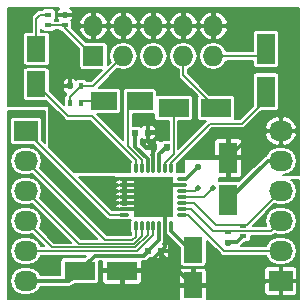
<source format=gbr>
G04 #@! TF.FileFunction,Copper,L1,Top,Signal*
%FSLAX46Y46*%
G04 Gerber Fmt 4.6, Leading zero omitted, Abs format (unit mm)*
G04 Created by KiCad (PCBNEW (2015-08-16 BZR 6097, Git b384c94)-product) date 08/12/2015 20:08:44*
%MOMM*%
G01*
G04 APERTURE LIST*
%ADD10C,0.100000*%
%ADD11R,2.600960X1.600200*%
%ADD12R,1.600200X2.600960*%
%ADD13R,1.600200X2.199640*%
%ADD14R,2.199640X1.600200*%
%ADD15R,2.032000X1.727200*%
%ADD16O,2.032000X1.727200*%
%ADD17R,0.600000X0.500000*%
%ADD18R,0.600000X0.400000*%
%ADD19R,0.400000X0.600000*%
%ADD20O,0.850000X0.300000*%
%ADD21O,0.300000X0.850000*%
%ADD22R,1.675000X1.675000*%
%ADD23R,1.727200X1.727200*%
%ADD24O,1.727200X1.727200*%
%ADD25C,0.584200*%
%ADD26C,0.508000*%
%ADD27C,0.304800*%
%ADD28C,0.152400*%
G04 APERTURE END LIST*
D10*
D11*
X85194140Y-86106000D03*
X88795860Y-86106000D03*
D12*
X97790000Y-80159860D03*
X97790000Y-76558140D03*
D13*
X94805500Y-84350860D03*
X94805500Y-87353140D03*
D12*
X100965000Y-70952360D03*
X100965000Y-67350640D03*
D11*
X93144340Y-72339200D03*
X96746060Y-72339200D03*
D14*
X90274140Y-71755000D03*
X87271860Y-71755000D03*
D13*
X81534000Y-70335140D03*
X81534000Y-67332860D03*
D15*
X80645000Y-74295000D03*
D16*
X80645000Y-76835000D03*
X80645000Y-79375000D03*
X80645000Y-81915000D03*
X80645000Y-84455000D03*
X80645000Y-86995000D03*
D15*
X102235000Y-86995000D03*
D16*
X102235000Y-84455000D03*
X102235000Y-81915000D03*
X102235000Y-79375000D03*
X102235000Y-76835000D03*
X102235000Y-74295000D03*
D17*
X89874000Y-74422000D03*
X90974000Y-74422000D03*
X92548800Y-75666600D03*
X91448800Y-75666600D03*
X91017000Y-84455000D03*
X92117000Y-84455000D03*
D18*
X97726500Y-83698500D03*
X97726500Y-82798500D03*
X99060000Y-83190500D03*
X99060000Y-82290500D03*
X83947000Y-65347000D03*
X83947000Y-64447000D03*
D19*
X85286000Y-70485000D03*
X84386000Y-70485000D03*
D18*
X82550000Y-65347000D03*
X82550000Y-64447000D03*
D19*
X84386000Y-71882000D03*
X85286000Y-71882000D03*
D20*
X88990000Y-78383000D03*
X88990000Y-78883000D03*
X88990000Y-79383000D03*
X88990000Y-79883000D03*
X88990000Y-80383000D03*
X88990000Y-80883000D03*
X88990000Y-81383000D03*
D21*
X89940000Y-82333000D03*
X90440000Y-82333000D03*
X90940000Y-82333000D03*
X91440000Y-82333000D03*
X91940000Y-82333000D03*
X92440000Y-82333000D03*
X92940000Y-82333000D03*
D20*
X93890000Y-81383000D03*
X93890000Y-80883000D03*
X93890000Y-80383000D03*
X93890000Y-79883000D03*
X93890000Y-79383000D03*
X93890000Y-78883000D03*
X93890000Y-78383000D03*
D21*
X92940000Y-77433000D03*
X92440000Y-77433000D03*
X91940000Y-77433000D03*
X91440000Y-77433000D03*
X90940000Y-77433000D03*
X90440000Y-77433000D03*
X89940000Y-77433000D03*
D22*
X92277500Y-80720500D03*
X92277500Y-79045500D03*
X90602500Y-80720500D03*
X90602500Y-79045500D03*
D23*
X86360000Y-67945000D03*
D24*
X86360000Y-65405000D03*
X88900000Y-67945000D03*
X88900000Y-65405000D03*
X91440000Y-67945000D03*
X91440000Y-65405000D03*
X93980000Y-67945000D03*
X93980000Y-65405000D03*
X96520000Y-67945000D03*
X96520000Y-65405000D03*
D25*
X91017000Y-84455000D03*
X97726500Y-83756500D03*
X95186500Y-77343000D03*
X92277500Y-79045500D03*
X92277500Y-80720500D03*
X90602500Y-80720500D03*
X90602500Y-79045500D03*
X97790000Y-80159860D03*
X92583000Y-75692000D03*
X83947000Y-64447000D03*
X84391500Y-70421500D03*
X90974000Y-74422000D03*
X97790000Y-76558140D03*
D26*
X96456500Y-79121000D03*
X95186500Y-79121000D03*
D27*
X80645000Y-86995000D02*
X84305140Y-86995000D01*
X84305140Y-86995000D02*
X85194140Y-86106000D01*
X90635998Y-84836002D02*
X91017000Y-84455000D01*
X84305140Y-86995000D02*
X86464138Y-84836002D01*
X86464138Y-84836002D02*
X90635998Y-84836002D01*
X97726500Y-83698500D02*
X97726500Y-83756500D01*
X91940000Y-82333000D02*
X91940000Y-83532000D01*
X91940000Y-83532000D02*
X91017000Y-84455000D01*
X99060000Y-83190500D02*
X98552000Y-83698500D01*
X98552000Y-83698500D02*
X97726500Y-83698500D01*
X85194140Y-86106000D02*
X85725002Y-86106000D01*
X93890000Y-78383000D02*
X94210000Y-78383000D01*
X94210000Y-78383000D02*
X95250000Y-77343000D01*
X92440000Y-82333000D02*
X92440000Y-84132000D01*
X92440000Y-84132000D02*
X92117000Y-84455000D01*
X88795860Y-86106000D02*
X90478700Y-86093300D01*
X90478700Y-86093300D02*
X92117000Y-84455000D01*
X92117000Y-84455000D02*
X92117000Y-84664640D01*
X92117000Y-84664640D02*
X94805500Y-87353140D01*
X88990000Y-79883000D02*
X91440000Y-79883000D01*
X91440000Y-79883000D02*
X92277500Y-80720500D01*
X88990000Y-78383000D02*
X89940000Y-78383000D01*
X89940000Y-78383000D02*
X90602500Y-79045500D01*
X88990000Y-78883000D02*
X90440000Y-78883000D01*
X90440000Y-78883000D02*
X90602500Y-79045500D01*
X88990000Y-79383000D02*
X90265000Y-79383000D01*
X90265000Y-79383000D02*
X90602500Y-79045500D01*
X88990000Y-80383000D02*
X90265000Y-80383000D01*
X90265000Y-80383000D02*
X90602500Y-80720500D01*
X90602500Y-80720500D02*
X90602500Y-79045500D01*
X101981000Y-86741000D02*
X102235000Y-86995000D01*
X92440000Y-78883000D02*
X92277500Y-79045500D01*
X93890000Y-78883000D02*
X92440000Y-78883000D01*
X92440000Y-82333000D02*
X92440000Y-80883000D01*
X92440000Y-80883000D02*
X92277500Y-80720500D01*
X88990000Y-80883000D02*
X90440000Y-80883000D01*
X90440000Y-80883000D02*
X90602500Y-80720500D01*
X90602500Y-80720500D02*
X92277500Y-79045500D01*
X92277500Y-79045500D02*
X92277500Y-80720500D01*
X92277500Y-80720500D02*
X90602500Y-80720500D01*
X101114860Y-76835000D02*
X97790000Y-80159860D01*
X102235000Y-76835000D02*
X101114860Y-76835000D01*
X92557600Y-75666600D02*
X92548800Y-75666600D01*
X92583000Y-75692000D02*
X92557600Y-75666600D01*
X91940000Y-77433000D02*
X91940000Y-76275400D01*
X91940000Y-76275400D02*
X92548800Y-75666600D01*
X84391500Y-70421500D02*
X84386000Y-70427000D01*
X84386000Y-70427000D02*
X84386000Y-70485000D01*
X91448800Y-75666600D02*
X90974000Y-75191800D01*
X90974000Y-74422000D02*
X90974000Y-75191800D01*
X100053140Y-74295000D02*
X97790000Y-76558140D01*
X102235000Y-74295000D02*
X100053140Y-74295000D01*
X91440000Y-77433000D02*
X91440000Y-75675400D01*
X91440000Y-75675400D02*
X91448800Y-75666600D01*
X90940000Y-77433000D02*
X90940000Y-76685182D01*
X89874000Y-75619182D02*
X89874000Y-74422000D01*
X90940000Y-76685182D02*
X89874000Y-75619182D01*
X92940000Y-82333000D02*
X92940000Y-82780000D01*
X92940000Y-82780000D02*
X94510860Y-84350860D01*
X94510860Y-84350860D02*
X94805500Y-84350860D01*
D28*
X92940000Y-77433000D02*
X92940000Y-76986000D01*
X92940000Y-76986000D02*
X96266000Y-73660000D01*
X96266000Y-73660000D02*
X98933000Y-73660000D01*
X98933000Y-73660000D02*
X100965000Y-71628000D01*
X100965000Y-71628000D02*
X100965000Y-70952360D01*
X96520000Y-67945000D02*
X100370640Y-67945000D01*
X100370640Y-67945000D02*
X100965000Y-67350640D01*
X92440000Y-77433000D02*
X92440000Y-76978000D01*
X93144340Y-76273660D02*
X93144340Y-72339200D01*
X92440000Y-76978000D02*
X93144340Y-76273660D01*
X93980000Y-67945000D02*
X93980000Y-69573140D01*
X93980000Y-69573140D02*
X96746060Y-72339200D01*
X90440000Y-77433000D02*
X90440000Y-76724000D01*
X89281000Y-75565000D02*
X89281000Y-72517000D01*
X90440000Y-76724000D02*
X89281000Y-75565000D01*
X89281000Y-72517000D02*
X90043000Y-71755000D01*
X90043000Y-71755000D02*
X90274140Y-71755000D01*
X87271860Y-71755000D02*
X85413000Y-71755000D01*
X85413000Y-71755000D02*
X85286000Y-71882000D01*
X89940000Y-77433000D02*
X89940000Y-76732000D01*
X84223860Y-73025000D02*
X81534000Y-70335140D01*
X86233000Y-73025000D02*
X84223860Y-73025000D01*
X89940000Y-76732000D02*
X86233000Y-73025000D01*
X81534000Y-67332860D02*
X81534000Y-64770000D01*
X81857000Y-64447000D02*
X82550000Y-64447000D01*
X81534000Y-64770000D02*
X81857000Y-64447000D01*
X93890000Y-79883000D02*
X95758000Y-79883000D01*
X95758000Y-79883000D02*
X96520000Y-79121000D01*
X93890000Y-79383000D02*
X94988000Y-79383000D01*
X94988000Y-79383000D02*
X95250000Y-79121000D01*
X88990000Y-81383000D02*
X87733000Y-81383000D01*
X87733000Y-81383000D02*
X80645000Y-74295000D01*
X89940000Y-82333000D02*
X89940000Y-83262594D01*
X87350594Y-83540594D02*
X80645000Y-76835000D01*
X89662000Y-83540594D02*
X87350594Y-83540594D01*
X89940000Y-83262594D02*
X89662000Y-83540594D01*
X90440000Y-82333000D02*
X90440000Y-83194396D01*
X85115396Y-83845396D02*
X80645000Y-79375000D01*
X89789000Y-83845396D02*
X85115396Y-83845396D01*
X90440000Y-83194396D02*
X89789000Y-83845396D01*
X90940000Y-82333000D02*
X90940000Y-83126198D01*
X82880198Y-84150198D02*
X80645000Y-81915000D01*
X89916000Y-84150198D02*
X82880198Y-84150198D01*
X90940000Y-83126198D02*
X89916000Y-84150198D01*
X91440000Y-82333000D02*
X91440000Y-83058000D01*
X90043000Y-84455000D02*
X80645000Y-84455000D01*
X91440000Y-83058000D02*
X90043000Y-84455000D01*
X96202500Y-83248500D02*
X97409000Y-84455000D01*
X94337000Y-81383000D02*
X96202500Y-83248500D01*
X96202500Y-83248500D02*
X96202500Y-83248500D01*
X93890000Y-81383000D02*
X94337000Y-81383000D01*
X97409000Y-84455000D02*
X102235000Y-84455000D01*
X93890000Y-81383000D02*
X94235400Y-81383000D01*
X97726500Y-82798500D02*
X97784500Y-82740500D01*
X97784500Y-82740500D02*
X97155000Y-82740500D01*
X95377000Y-81661000D02*
X96456500Y-82740500D01*
X94599000Y-80883000D02*
X95377000Y-81661000D01*
X93890000Y-80883000D02*
X94599000Y-80883000D01*
X96456500Y-82740500D02*
X97155000Y-82740500D01*
X97155000Y-82740500D02*
X98044000Y-82740500D01*
X98044000Y-82740500D02*
X101409500Y-82740500D01*
X101409500Y-82740500D02*
X102235000Y-81915000D01*
X99060000Y-82290500D02*
X99118000Y-82232500D01*
X99118000Y-82232500D02*
X99377500Y-82232500D01*
X96710500Y-82232500D02*
X99377500Y-82232500D01*
X99377500Y-82232500D02*
X102235000Y-79375000D01*
X93890000Y-80383000D02*
X94861000Y-80383000D01*
X94861000Y-80383000D02*
X96710500Y-82232500D01*
X83947000Y-65347000D02*
X83947000Y-65532000D01*
X83947000Y-65532000D02*
X86360000Y-67945000D01*
X82550000Y-65347000D02*
X83947000Y-65347000D01*
X85286000Y-70485000D02*
X86360000Y-70485000D01*
X86360000Y-70485000D02*
X88900000Y-67945000D01*
X84386000Y-71882000D02*
X84386000Y-71385000D01*
X84386000Y-71385000D02*
X85286000Y-70485000D01*
G36*
X83431181Y-63924004D02*
X83324004Y-64031180D01*
X83266000Y-64171214D01*
X83266000Y-64251750D01*
X83361250Y-64347000D01*
X83832700Y-64347000D01*
X83832700Y-64312700D01*
X84061300Y-64312700D01*
X84061300Y-64347000D01*
X84532750Y-64347000D01*
X84628000Y-64251750D01*
X84628000Y-64171214D01*
X84569996Y-64031180D01*
X84462819Y-63924004D01*
X84417422Y-63905200D01*
X103734800Y-63905200D01*
X103734800Y-78028800D01*
X102413774Y-78028800D01*
X102870621Y-77937927D01*
X103257918Y-77679144D01*
X103516701Y-77291847D01*
X103607574Y-76835000D01*
X103516701Y-76378153D01*
X103257918Y-75990856D01*
X102870621Y-75732073D01*
X102413774Y-75641200D01*
X102056226Y-75641200D01*
X101599379Y-75732073D01*
X101212082Y-75990856D01*
X100953299Y-76378153D01*
X100951977Y-76384800D01*
X100930177Y-76389136D01*
X100773610Y-76493750D01*
X98718622Y-78548738D01*
X98590100Y-78522711D01*
X96989900Y-78522711D01*
X96977200Y-78525101D01*
X96977200Y-78239620D01*
X97580450Y-78239620D01*
X97675700Y-78144370D01*
X97675700Y-76672440D01*
X97904300Y-76672440D01*
X97904300Y-78144370D01*
X97999550Y-78239620D01*
X98665885Y-78239620D01*
X98805919Y-78181616D01*
X98913096Y-78074440D01*
X98971100Y-77934406D01*
X98971100Y-76767690D01*
X98875850Y-76672440D01*
X97904300Y-76672440D01*
X97675700Y-76672440D01*
X96967156Y-76672440D01*
X96954132Y-76653379D01*
X96928695Y-76637011D01*
X96901000Y-76631800D01*
X94107000Y-76631800D01*
X94077354Y-76637803D01*
X94052379Y-76654868D01*
X94036011Y-76680305D01*
X94030800Y-76708000D01*
X94030800Y-77774800D01*
X93409856Y-77774800D01*
X93420200Y-77722795D01*
X93420200Y-77143205D01*
X93409803Y-77090933D01*
X95318862Y-75181874D01*
X96608900Y-75181874D01*
X96608900Y-76348590D01*
X96704150Y-76443840D01*
X97675700Y-76443840D01*
X97675700Y-74971910D01*
X97904300Y-74971910D01*
X97904300Y-76443840D01*
X98875850Y-76443840D01*
X98971100Y-76348590D01*
X98971100Y-75181874D01*
X98913096Y-75041840D01*
X98805919Y-74934664D01*
X98665885Y-74876660D01*
X97999550Y-74876660D01*
X97904300Y-74971910D01*
X97675700Y-74971910D01*
X97580450Y-74876660D01*
X96914115Y-74876660D01*
X96774081Y-74934664D01*
X96666904Y-75041840D01*
X96608900Y-75181874D01*
X95318862Y-75181874D01*
X95898968Y-74601768D01*
X100876399Y-74601768D01*
X100879585Y-74623002D01*
X101096680Y-75058408D01*
X101463872Y-75377592D01*
X101925260Y-75531961D01*
X102120700Y-75446095D01*
X102120700Y-74409300D01*
X102349300Y-74409300D01*
X102349300Y-75446095D01*
X102544740Y-75531961D01*
X103006128Y-75377592D01*
X103373320Y-75058408D01*
X103590415Y-74623002D01*
X103593601Y-74601768D01*
X103531052Y-74409300D01*
X102349300Y-74409300D01*
X102120700Y-74409300D01*
X100938948Y-74409300D01*
X100876399Y-74601768D01*
X95898968Y-74601768D01*
X96434336Y-74066400D01*
X98933000Y-74066400D01*
X99088523Y-74035465D01*
X99159211Y-73988232D01*
X100876399Y-73988232D01*
X100938948Y-74180700D01*
X102120700Y-74180700D01*
X102120700Y-73143905D01*
X102349300Y-73143905D01*
X102349300Y-74180700D01*
X103531052Y-74180700D01*
X103593601Y-73988232D01*
X103590415Y-73966998D01*
X103373320Y-73531592D01*
X103006128Y-73212408D01*
X102544740Y-73058039D01*
X102349300Y-73143905D01*
X102120700Y-73143905D01*
X101925260Y-73058039D01*
X101463872Y-73212408D01*
X101096680Y-73531592D01*
X100879585Y-73966998D01*
X100876399Y-73988232D01*
X99159211Y-73988232D01*
X99220368Y-73947368D01*
X100578227Y-72589509D01*
X101765100Y-72589509D01*
X101887465Y-72566484D01*
X101999849Y-72494167D01*
X102075244Y-72383823D01*
X102101769Y-72252840D01*
X102101769Y-69651880D01*
X102078744Y-69529515D01*
X102006427Y-69417131D01*
X101896083Y-69341736D01*
X101765100Y-69315211D01*
X100164900Y-69315211D01*
X100042535Y-69338236D01*
X99930151Y-69410553D01*
X99854756Y-69520897D01*
X99828231Y-69651880D01*
X99828231Y-72190033D01*
X98764664Y-73253600D01*
X98360062Y-73253600D01*
X98383209Y-73139300D01*
X98383209Y-71539100D01*
X98360184Y-71416735D01*
X98287867Y-71304351D01*
X98177523Y-71228956D01*
X98046540Y-71202431D01*
X96184028Y-71202431D01*
X94386400Y-69404804D01*
X94386400Y-69081350D01*
X94436847Y-69071315D01*
X94824144Y-68812532D01*
X95082927Y-68425235D01*
X95173800Y-67968388D01*
X95173800Y-67921612D01*
X95326200Y-67921612D01*
X95326200Y-67968388D01*
X95417073Y-68425235D01*
X95675856Y-68812532D01*
X96063153Y-69071315D01*
X96520000Y-69162188D01*
X96976847Y-69071315D01*
X97364144Y-68812532D01*
X97622927Y-68425235D01*
X97637614Y-68351400D01*
X99828231Y-68351400D01*
X99828231Y-68651120D01*
X99851256Y-68773485D01*
X99923573Y-68885869D01*
X100033917Y-68961264D01*
X100164900Y-68987789D01*
X101765100Y-68987789D01*
X101887465Y-68964764D01*
X101999849Y-68892447D01*
X102075244Y-68782103D01*
X102101769Y-68651120D01*
X102101769Y-66050160D01*
X102078744Y-65927795D01*
X102006427Y-65815411D01*
X101896083Y-65740016D01*
X101765100Y-65713491D01*
X100164900Y-65713491D01*
X100042535Y-65736516D01*
X99930151Y-65808833D01*
X99854756Y-65919177D01*
X99828231Y-66050160D01*
X99828231Y-67538600D01*
X97637614Y-67538600D01*
X97622927Y-67464765D01*
X97364144Y-67077468D01*
X96976847Y-66818685D01*
X96520000Y-66727812D01*
X96063153Y-66818685D01*
X95675856Y-67077468D01*
X95417073Y-67464765D01*
X95326200Y-67921612D01*
X95173800Y-67921612D01*
X95082927Y-67464765D01*
X94824144Y-67077468D01*
X94436847Y-66818685D01*
X93980000Y-66727812D01*
X93523153Y-66818685D01*
X93135856Y-67077468D01*
X92877073Y-67464765D01*
X92786200Y-67921612D01*
X92786200Y-67968388D01*
X92877073Y-68425235D01*
X93135856Y-68812532D01*
X93523153Y-69071315D01*
X93573600Y-69081350D01*
X93573600Y-69573140D01*
X93604535Y-69728663D01*
X93692632Y-69860508D01*
X95177978Y-71345855D01*
X95135436Y-71408117D01*
X95108911Y-71539100D01*
X95108911Y-73139300D01*
X95131936Y-73261665D01*
X95204253Y-73374049D01*
X95314597Y-73449444D01*
X95445580Y-73475969D01*
X95875295Y-73475969D01*
X93550740Y-75800524D01*
X93550740Y-73475969D01*
X94444820Y-73475969D01*
X94567185Y-73452944D01*
X94679569Y-73380627D01*
X94754964Y-73270283D01*
X94781489Y-73139300D01*
X94781489Y-71539100D01*
X94758464Y-71416735D01*
X94686147Y-71304351D01*
X94575803Y-71228956D01*
X94444820Y-71202431D01*
X91843860Y-71202431D01*
X91721495Y-71225456D01*
X91710629Y-71232448D01*
X91710629Y-70954900D01*
X91687604Y-70832535D01*
X91615287Y-70720151D01*
X91504943Y-70644756D01*
X91373960Y-70618231D01*
X89174320Y-70618231D01*
X89051955Y-70641256D01*
X88939571Y-70713573D01*
X88864176Y-70823917D01*
X88837651Y-70954900D01*
X88837651Y-72555100D01*
X88860676Y-72677465D01*
X88874600Y-72699104D01*
X88874600Y-75091864D01*
X86674505Y-72891769D01*
X88371680Y-72891769D01*
X88494045Y-72868744D01*
X88606429Y-72796427D01*
X88681824Y-72686083D01*
X88708349Y-72555100D01*
X88708349Y-70954900D01*
X88685324Y-70832535D01*
X88613007Y-70720151D01*
X88502663Y-70644756D01*
X88371680Y-70618231D01*
X86801505Y-70618231D01*
X88386366Y-69033371D01*
X88443153Y-69071315D01*
X88900000Y-69162188D01*
X89356847Y-69071315D01*
X89744144Y-68812532D01*
X90002927Y-68425235D01*
X90093800Y-67968388D01*
X90093800Y-67921612D01*
X90246200Y-67921612D01*
X90246200Y-67968388D01*
X90337073Y-68425235D01*
X90595856Y-68812532D01*
X90983153Y-69071315D01*
X91440000Y-69162188D01*
X91896847Y-69071315D01*
X92284144Y-68812532D01*
X92542927Y-68425235D01*
X92633800Y-67968388D01*
X92633800Y-67921612D01*
X92542927Y-67464765D01*
X92284144Y-67077468D01*
X91896847Y-66818685D01*
X91440000Y-66727812D01*
X90983153Y-66818685D01*
X90595856Y-67077468D01*
X90337073Y-67464765D01*
X90246200Y-67921612D01*
X90093800Y-67921612D01*
X90002927Y-67464765D01*
X89744144Y-67077468D01*
X89356847Y-66818685D01*
X88900000Y-66727812D01*
X88443153Y-66818685D01*
X88055856Y-67077468D01*
X87797073Y-67464765D01*
X87706200Y-67921612D01*
X87706200Y-67968388D01*
X87797073Y-68425235D01*
X87816281Y-68453982D01*
X87560269Y-68709994D01*
X87560269Y-67081400D01*
X87537244Y-66959035D01*
X87464927Y-66846651D01*
X87354583Y-66771256D01*
X87223600Y-66744731D01*
X85734467Y-66744731D01*
X84701506Y-65711770D01*
X85153788Y-65711770D01*
X85363001Y-66150016D01*
X85723998Y-66474840D01*
X86053232Y-66611201D01*
X86245700Y-66548652D01*
X86245700Y-65519300D01*
X86474300Y-65519300D01*
X86474300Y-66548652D01*
X86666768Y-66611201D01*
X86996002Y-66474840D01*
X87356999Y-66150016D01*
X87566212Y-65711770D01*
X87693788Y-65711770D01*
X87903001Y-66150016D01*
X88263998Y-66474840D01*
X88593232Y-66611201D01*
X88785700Y-66548652D01*
X88785700Y-65519300D01*
X89014300Y-65519300D01*
X89014300Y-66548652D01*
X89206768Y-66611201D01*
X89536002Y-66474840D01*
X89896999Y-66150016D01*
X90106212Y-65711770D01*
X90233788Y-65711770D01*
X90443001Y-66150016D01*
X90803998Y-66474840D01*
X91133232Y-66611201D01*
X91325700Y-66548652D01*
X91325700Y-65519300D01*
X91554300Y-65519300D01*
X91554300Y-66548652D01*
X91746768Y-66611201D01*
X92076002Y-66474840D01*
X92436999Y-66150016D01*
X92646212Y-65711770D01*
X92773788Y-65711770D01*
X92983001Y-66150016D01*
X93343998Y-66474840D01*
X93673232Y-66611201D01*
X93865700Y-66548652D01*
X93865700Y-65519300D01*
X94094300Y-65519300D01*
X94094300Y-66548652D01*
X94286768Y-66611201D01*
X94616002Y-66474840D01*
X94976999Y-66150016D01*
X95186212Y-65711770D01*
X95313788Y-65711770D01*
X95523001Y-66150016D01*
X95883998Y-66474840D01*
X96213232Y-66611201D01*
X96405700Y-66548652D01*
X96405700Y-65519300D01*
X96634300Y-65519300D01*
X96634300Y-66548652D01*
X96826768Y-66611201D01*
X97156002Y-66474840D01*
X97516999Y-66150016D01*
X97726212Y-65711770D01*
X97664101Y-65519300D01*
X96634300Y-65519300D01*
X96405700Y-65519300D01*
X95375899Y-65519300D01*
X95313788Y-65711770D01*
X95186212Y-65711770D01*
X95124101Y-65519300D01*
X94094300Y-65519300D01*
X93865700Y-65519300D01*
X92835899Y-65519300D01*
X92773788Y-65711770D01*
X92646212Y-65711770D01*
X92584101Y-65519300D01*
X91554300Y-65519300D01*
X91325700Y-65519300D01*
X90295899Y-65519300D01*
X90233788Y-65711770D01*
X90106212Y-65711770D01*
X90044101Y-65519300D01*
X89014300Y-65519300D01*
X88785700Y-65519300D01*
X87755899Y-65519300D01*
X87693788Y-65711770D01*
X87566212Y-65711770D01*
X87504101Y-65519300D01*
X86474300Y-65519300D01*
X86245700Y-65519300D01*
X85215899Y-65519300D01*
X85153788Y-65711770D01*
X84701506Y-65711770D01*
X84575765Y-65586029D01*
X84583669Y-65547000D01*
X84583669Y-65147000D01*
X84574493Y-65098230D01*
X85153788Y-65098230D01*
X85215899Y-65290700D01*
X86245700Y-65290700D01*
X86245700Y-64261348D01*
X86474300Y-64261348D01*
X86474300Y-65290700D01*
X87504101Y-65290700D01*
X87566212Y-65098230D01*
X87693788Y-65098230D01*
X87755899Y-65290700D01*
X88785700Y-65290700D01*
X88785700Y-64261348D01*
X89014300Y-64261348D01*
X89014300Y-65290700D01*
X90044101Y-65290700D01*
X90106212Y-65098230D01*
X90233788Y-65098230D01*
X90295899Y-65290700D01*
X91325700Y-65290700D01*
X91325700Y-64261348D01*
X91554300Y-64261348D01*
X91554300Y-65290700D01*
X92584101Y-65290700D01*
X92646212Y-65098230D01*
X92773788Y-65098230D01*
X92835899Y-65290700D01*
X93865700Y-65290700D01*
X93865700Y-64261348D01*
X94094300Y-64261348D01*
X94094300Y-65290700D01*
X95124101Y-65290700D01*
X95186212Y-65098230D01*
X95313788Y-65098230D01*
X95375899Y-65290700D01*
X96405700Y-65290700D01*
X96405700Y-64261348D01*
X96634300Y-64261348D01*
X96634300Y-65290700D01*
X97664101Y-65290700D01*
X97726212Y-65098230D01*
X97516999Y-64659984D01*
X97156002Y-64335160D01*
X96826768Y-64198799D01*
X96634300Y-64261348D01*
X96405700Y-64261348D01*
X96213232Y-64198799D01*
X95883998Y-64335160D01*
X95523001Y-64659984D01*
X95313788Y-65098230D01*
X95186212Y-65098230D01*
X94976999Y-64659984D01*
X94616002Y-64335160D01*
X94286768Y-64198799D01*
X94094300Y-64261348D01*
X93865700Y-64261348D01*
X93673232Y-64198799D01*
X93343998Y-64335160D01*
X92983001Y-64659984D01*
X92773788Y-65098230D01*
X92646212Y-65098230D01*
X92436999Y-64659984D01*
X92076002Y-64335160D01*
X91746768Y-64198799D01*
X91554300Y-64261348D01*
X91325700Y-64261348D01*
X91133232Y-64198799D01*
X90803998Y-64335160D01*
X90443001Y-64659984D01*
X90233788Y-65098230D01*
X90106212Y-65098230D01*
X89896999Y-64659984D01*
X89536002Y-64335160D01*
X89206768Y-64198799D01*
X89014300Y-64261348D01*
X88785700Y-64261348D01*
X88593232Y-64198799D01*
X88263998Y-64335160D01*
X87903001Y-64659984D01*
X87693788Y-65098230D01*
X87566212Y-65098230D01*
X87356999Y-64659984D01*
X86996002Y-64335160D01*
X86666768Y-64198799D01*
X86474300Y-64261348D01*
X86245700Y-64261348D01*
X86053232Y-64198799D01*
X85723998Y-64335160D01*
X85363001Y-64659984D01*
X85153788Y-65098230D01*
X84574493Y-65098230D01*
X84560644Y-65024635D01*
X84500949Y-64931866D01*
X84569996Y-64862820D01*
X84628000Y-64722786D01*
X84628000Y-64642250D01*
X84532750Y-64547000D01*
X84061300Y-64547000D01*
X84061300Y-64581300D01*
X83832700Y-64581300D01*
X83832700Y-64547000D01*
X83361250Y-64547000D01*
X83266000Y-64642250D01*
X83266000Y-64722786D01*
X83324004Y-64862820D01*
X83393825Y-64932640D01*
X83388386Y-64940600D01*
X83109569Y-64940600D01*
X83091327Y-64912251D01*
X83070105Y-64897750D01*
X83084749Y-64888327D01*
X83160144Y-64777983D01*
X83186669Y-64647000D01*
X83186669Y-64247000D01*
X83163644Y-64124635D01*
X83091327Y-64012251D01*
X82980983Y-63936856D01*
X82850000Y-63910331D01*
X82250000Y-63910331D01*
X82127635Y-63933356D01*
X82015251Y-64005673D01*
X81991386Y-64040600D01*
X81857000Y-64040600D01*
X81701477Y-64071535D01*
X81569632Y-64159632D01*
X81246632Y-64482632D01*
X81158535Y-64614477D01*
X81127600Y-64770000D01*
X81127600Y-65896371D01*
X80733900Y-65896371D01*
X80611535Y-65919396D01*
X80499151Y-65991713D01*
X80423756Y-66102057D01*
X80397231Y-66233040D01*
X80397231Y-68432680D01*
X80420256Y-68555045D01*
X80492573Y-68667429D01*
X80602917Y-68742824D01*
X80733900Y-68769349D01*
X82334100Y-68769349D01*
X82456465Y-68746324D01*
X82568849Y-68674007D01*
X82644244Y-68563663D01*
X82670769Y-68432680D01*
X82670769Y-66233040D01*
X82647744Y-66110675D01*
X82575427Y-65998291D01*
X82465083Y-65922896D01*
X82334100Y-65896371D01*
X81940400Y-65896371D01*
X81940400Y-65675650D01*
X82008673Y-65781749D01*
X82119017Y-65857144D01*
X82250000Y-65883669D01*
X82850000Y-65883669D01*
X82972365Y-65860644D01*
X83084749Y-65788327D01*
X83108614Y-65753400D01*
X83387431Y-65753400D01*
X83405673Y-65781749D01*
X83516017Y-65857144D01*
X83647000Y-65883669D01*
X83723933Y-65883669D01*
X85159731Y-67319467D01*
X85159731Y-68808600D01*
X85182756Y-68930965D01*
X85255073Y-69043349D01*
X85365417Y-69118744D01*
X85496400Y-69145269D01*
X87124995Y-69145269D01*
X86191664Y-70078600D01*
X85802648Y-70078600D01*
X85799644Y-70062635D01*
X85727327Y-69950251D01*
X85616983Y-69874856D01*
X85486000Y-69848331D01*
X85086000Y-69848331D01*
X84963635Y-69871356D01*
X84870866Y-69931051D01*
X84801820Y-69862004D01*
X84661786Y-69804000D01*
X84581250Y-69804000D01*
X84486000Y-69899250D01*
X84486000Y-70370700D01*
X84520300Y-70370700D01*
X84520300Y-70599300D01*
X84486000Y-70599300D01*
X84486000Y-70619300D01*
X84286000Y-70619300D01*
X84286000Y-70599300D01*
X83900250Y-70599300D01*
X83805000Y-70694550D01*
X83805000Y-70860785D01*
X83863004Y-71000819D01*
X83970180Y-71107996D01*
X84065363Y-71147422D01*
X84010535Y-71229477D01*
X83993872Y-71313247D01*
X83951251Y-71340673D01*
X83875856Y-71451017D01*
X83849331Y-71582000D01*
X83849331Y-72075734D01*
X82670769Y-70897173D01*
X82670769Y-70109215D01*
X83805000Y-70109215D01*
X83805000Y-70275450D01*
X83900250Y-70370700D01*
X84286000Y-70370700D01*
X84286000Y-69899250D01*
X84190750Y-69804000D01*
X84110214Y-69804000D01*
X83970180Y-69862004D01*
X83863004Y-69969181D01*
X83805000Y-70109215D01*
X82670769Y-70109215D01*
X82670769Y-69235320D01*
X82647744Y-69112955D01*
X82575427Y-69000571D01*
X82465083Y-68925176D01*
X82334100Y-68898651D01*
X80733900Y-68898651D01*
X80611535Y-68921676D01*
X80499151Y-68993993D01*
X80423756Y-69104337D01*
X80397231Y-69235320D01*
X80397231Y-71434960D01*
X80420256Y-71557325D01*
X80492573Y-71669709D01*
X80602917Y-71745104D01*
X80733900Y-71771629D01*
X82334100Y-71771629D01*
X82385989Y-71761865D01*
X83936491Y-73312368D01*
X84068337Y-73400465D01*
X84223860Y-73431400D01*
X86064664Y-73431400D01*
X89533600Y-76900336D01*
X89533600Y-76903696D01*
X89496353Y-76959440D01*
X89459800Y-77143205D01*
X89459800Y-77722795D01*
X89470144Y-77774800D01*
X84740564Y-77774800D01*
X82626200Y-75660436D01*
X82626200Y-72263000D01*
X82620197Y-72233354D01*
X82603132Y-72208379D01*
X82577695Y-72192011D01*
X82550000Y-72186800D01*
X79145200Y-72186800D01*
X79145200Y-63905200D01*
X83476578Y-63905200D01*
X83431181Y-63924004D01*
X83431181Y-63924004D01*
G37*
X83431181Y-63924004D02*
X83324004Y-64031180D01*
X83266000Y-64171214D01*
X83266000Y-64251750D01*
X83361250Y-64347000D01*
X83832700Y-64347000D01*
X83832700Y-64312700D01*
X84061300Y-64312700D01*
X84061300Y-64347000D01*
X84532750Y-64347000D01*
X84628000Y-64251750D01*
X84628000Y-64171214D01*
X84569996Y-64031180D01*
X84462819Y-63924004D01*
X84417422Y-63905200D01*
X103734800Y-63905200D01*
X103734800Y-78028800D01*
X102413774Y-78028800D01*
X102870621Y-77937927D01*
X103257918Y-77679144D01*
X103516701Y-77291847D01*
X103607574Y-76835000D01*
X103516701Y-76378153D01*
X103257918Y-75990856D01*
X102870621Y-75732073D01*
X102413774Y-75641200D01*
X102056226Y-75641200D01*
X101599379Y-75732073D01*
X101212082Y-75990856D01*
X100953299Y-76378153D01*
X100951977Y-76384800D01*
X100930177Y-76389136D01*
X100773610Y-76493750D01*
X98718622Y-78548738D01*
X98590100Y-78522711D01*
X96989900Y-78522711D01*
X96977200Y-78525101D01*
X96977200Y-78239620D01*
X97580450Y-78239620D01*
X97675700Y-78144370D01*
X97675700Y-76672440D01*
X97904300Y-76672440D01*
X97904300Y-78144370D01*
X97999550Y-78239620D01*
X98665885Y-78239620D01*
X98805919Y-78181616D01*
X98913096Y-78074440D01*
X98971100Y-77934406D01*
X98971100Y-76767690D01*
X98875850Y-76672440D01*
X97904300Y-76672440D01*
X97675700Y-76672440D01*
X96967156Y-76672440D01*
X96954132Y-76653379D01*
X96928695Y-76637011D01*
X96901000Y-76631800D01*
X94107000Y-76631800D01*
X94077354Y-76637803D01*
X94052379Y-76654868D01*
X94036011Y-76680305D01*
X94030800Y-76708000D01*
X94030800Y-77774800D01*
X93409856Y-77774800D01*
X93420200Y-77722795D01*
X93420200Y-77143205D01*
X93409803Y-77090933D01*
X95318862Y-75181874D01*
X96608900Y-75181874D01*
X96608900Y-76348590D01*
X96704150Y-76443840D01*
X97675700Y-76443840D01*
X97675700Y-74971910D01*
X97904300Y-74971910D01*
X97904300Y-76443840D01*
X98875850Y-76443840D01*
X98971100Y-76348590D01*
X98971100Y-75181874D01*
X98913096Y-75041840D01*
X98805919Y-74934664D01*
X98665885Y-74876660D01*
X97999550Y-74876660D01*
X97904300Y-74971910D01*
X97675700Y-74971910D01*
X97580450Y-74876660D01*
X96914115Y-74876660D01*
X96774081Y-74934664D01*
X96666904Y-75041840D01*
X96608900Y-75181874D01*
X95318862Y-75181874D01*
X95898968Y-74601768D01*
X100876399Y-74601768D01*
X100879585Y-74623002D01*
X101096680Y-75058408D01*
X101463872Y-75377592D01*
X101925260Y-75531961D01*
X102120700Y-75446095D01*
X102120700Y-74409300D01*
X102349300Y-74409300D01*
X102349300Y-75446095D01*
X102544740Y-75531961D01*
X103006128Y-75377592D01*
X103373320Y-75058408D01*
X103590415Y-74623002D01*
X103593601Y-74601768D01*
X103531052Y-74409300D01*
X102349300Y-74409300D01*
X102120700Y-74409300D01*
X100938948Y-74409300D01*
X100876399Y-74601768D01*
X95898968Y-74601768D01*
X96434336Y-74066400D01*
X98933000Y-74066400D01*
X99088523Y-74035465D01*
X99159211Y-73988232D01*
X100876399Y-73988232D01*
X100938948Y-74180700D01*
X102120700Y-74180700D01*
X102120700Y-73143905D01*
X102349300Y-73143905D01*
X102349300Y-74180700D01*
X103531052Y-74180700D01*
X103593601Y-73988232D01*
X103590415Y-73966998D01*
X103373320Y-73531592D01*
X103006128Y-73212408D01*
X102544740Y-73058039D01*
X102349300Y-73143905D01*
X102120700Y-73143905D01*
X101925260Y-73058039D01*
X101463872Y-73212408D01*
X101096680Y-73531592D01*
X100879585Y-73966998D01*
X100876399Y-73988232D01*
X99159211Y-73988232D01*
X99220368Y-73947368D01*
X100578227Y-72589509D01*
X101765100Y-72589509D01*
X101887465Y-72566484D01*
X101999849Y-72494167D01*
X102075244Y-72383823D01*
X102101769Y-72252840D01*
X102101769Y-69651880D01*
X102078744Y-69529515D01*
X102006427Y-69417131D01*
X101896083Y-69341736D01*
X101765100Y-69315211D01*
X100164900Y-69315211D01*
X100042535Y-69338236D01*
X99930151Y-69410553D01*
X99854756Y-69520897D01*
X99828231Y-69651880D01*
X99828231Y-72190033D01*
X98764664Y-73253600D01*
X98360062Y-73253600D01*
X98383209Y-73139300D01*
X98383209Y-71539100D01*
X98360184Y-71416735D01*
X98287867Y-71304351D01*
X98177523Y-71228956D01*
X98046540Y-71202431D01*
X96184028Y-71202431D01*
X94386400Y-69404804D01*
X94386400Y-69081350D01*
X94436847Y-69071315D01*
X94824144Y-68812532D01*
X95082927Y-68425235D01*
X95173800Y-67968388D01*
X95173800Y-67921612D01*
X95326200Y-67921612D01*
X95326200Y-67968388D01*
X95417073Y-68425235D01*
X95675856Y-68812532D01*
X96063153Y-69071315D01*
X96520000Y-69162188D01*
X96976847Y-69071315D01*
X97364144Y-68812532D01*
X97622927Y-68425235D01*
X97637614Y-68351400D01*
X99828231Y-68351400D01*
X99828231Y-68651120D01*
X99851256Y-68773485D01*
X99923573Y-68885869D01*
X100033917Y-68961264D01*
X100164900Y-68987789D01*
X101765100Y-68987789D01*
X101887465Y-68964764D01*
X101999849Y-68892447D01*
X102075244Y-68782103D01*
X102101769Y-68651120D01*
X102101769Y-66050160D01*
X102078744Y-65927795D01*
X102006427Y-65815411D01*
X101896083Y-65740016D01*
X101765100Y-65713491D01*
X100164900Y-65713491D01*
X100042535Y-65736516D01*
X99930151Y-65808833D01*
X99854756Y-65919177D01*
X99828231Y-66050160D01*
X99828231Y-67538600D01*
X97637614Y-67538600D01*
X97622927Y-67464765D01*
X97364144Y-67077468D01*
X96976847Y-66818685D01*
X96520000Y-66727812D01*
X96063153Y-66818685D01*
X95675856Y-67077468D01*
X95417073Y-67464765D01*
X95326200Y-67921612D01*
X95173800Y-67921612D01*
X95082927Y-67464765D01*
X94824144Y-67077468D01*
X94436847Y-66818685D01*
X93980000Y-66727812D01*
X93523153Y-66818685D01*
X93135856Y-67077468D01*
X92877073Y-67464765D01*
X92786200Y-67921612D01*
X92786200Y-67968388D01*
X92877073Y-68425235D01*
X93135856Y-68812532D01*
X93523153Y-69071315D01*
X93573600Y-69081350D01*
X93573600Y-69573140D01*
X93604535Y-69728663D01*
X93692632Y-69860508D01*
X95177978Y-71345855D01*
X95135436Y-71408117D01*
X95108911Y-71539100D01*
X95108911Y-73139300D01*
X95131936Y-73261665D01*
X95204253Y-73374049D01*
X95314597Y-73449444D01*
X95445580Y-73475969D01*
X95875295Y-73475969D01*
X93550740Y-75800524D01*
X93550740Y-73475969D01*
X94444820Y-73475969D01*
X94567185Y-73452944D01*
X94679569Y-73380627D01*
X94754964Y-73270283D01*
X94781489Y-73139300D01*
X94781489Y-71539100D01*
X94758464Y-71416735D01*
X94686147Y-71304351D01*
X94575803Y-71228956D01*
X94444820Y-71202431D01*
X91843860Y-71202431D01*
X91721495Y-71225456D01*
X91710629Y-71232448D01*
X91710629Y-70954900D01*
X91687604Y-70832535D01*
X91615287Y-70720151D01*
X91504943Y-70644756D01*
X91373960Y-70618231D01*
X89174320Y-70618231D01*
X89051955Y-70641256D01*
X88939571Y-70713573D01*
X88864176Y-70823917D01*
X88837651Y-70954900D01*
X88837651Y-72555100D01*
X88860676Y-72677465D01*
X88874600Y-72699104D01*
X88874600Y-75091864D01*
X86674505Y-72891769D01*
X88371680Y-72891769D01*
X88494045Y-72868744D01*
X88606429Y-72796427D01*
X88681824Y-72686083D01*
X88708349Y-72555100D01*
X88708349Y-70954900D01*
X88685324Y-70832535D01*
X88613007Y-70720151D01*
X88502663Y-70644756D01*
X88371680Y-70618231D01*
X86801505Y-70618231D01*
X88386366Y-69033371D01*
X88443153Y-69071315D01*
X88900000Y-69162188D01*
X89356847Y-69071315D01*
X89744144Y-68812532D01*
X90002927Y-68425235D01*
X90093800Y-67968388D01*
X90093800Y-67921612D01*
X90246200Y-67921612D01*
X90246200Y-67968388D01*
X90337073Y-68425235D01*
X90595856Y-68812532D01*
X90983153Y-69071315D01*
X91440000Y-69162188D01*
X91896847Y-69071315D01*
X92284144Y-68812532D01*
X92542927Y-68425235D01*
X92633800Y-67968388D01*
X92633800Y-67921612D01*
X92542927Y-67464765D01*
X92284144Y-67077468D01*
X91896847Y-66818685D01*
X91440000Y-66727812D01*
X90983153Y-66818685D01*
X90595856Y-67077468D01*
X90337073Y-67464765D01*
X90246200Y-67921612D01*
X90093800Y-67921612D01*
X90002927Y-67464765D01*
X89744144Y-67077468D01*
X89356847Y-66818685D01*
X88900000Y-66727812D01*
X88443153Y-66818685D01*
X88055856Y-67077468D01*
X87797073Y-67464765D01*
X87706200Y-67921612D01*
X87706200Y-67968388D01*
X87797073Y-68425235D01*
X87816281Y-68453982D01*
X87560269Y-68709994D01*
X87560269Y-67081400D01*
X87537244Y-66959035D01*
X87464927Y-66846651D01*
X87354583Y-66771256D01*
X87223600Y-66744731D01*
X85734467Y-66744731D01*
X84701506Y-65711770D01*
X85153788Y-65711770D01*
X85363001Y-66150016D01*
X85723998Y-66474840D01*
X86053232Y-66611201D01*
X86245700Y-66548652D01*
X86245700Y-65519300D01*
X86474300Y-65519300D01*
X86474300Y-66548652D01*
X86666768Y-66611201D01*
X86996002Y-66474840D01*
X87356999Y-66150016D01*
X87566212Y-65711770D01*
X87693788Y-65711770D01*
X87903001Y-66150016D01*
X88263998Y-66474840D01*
X88593232Y-66611201D01*
X88785700Y-66548652D01*
X88785700Y-65519300D01*
X89014300Y-65519300D01*
X89014300Y-66548652D01*
X89206768Y-66611201D01*
X89536002Y-66474840D01*
X89896999Y-66150016D01*
X90106212Y-65711770D01*
X90233788Y-65711770D01*
X90443001Y-66150016D01*
X90803998Y-66474840D01*
X91133232Y-66611201D01*
X91325700Y-66548652D01*
X91325700Y-65519300D01*
X91554300Y-65519300D01*
X91554300Y-66548652D01*
X91746768Y-66611201D01*
X92076002Y-66474840D01*
X92436999Y-66150016D01*
X92646212Y-65711770D01*
X92773788Y-65711770D01*
X92983001Y-66150016D01*
X93343998Y-66474840D01*
X93673232Y-66611201D01*
X93865700Y-66548652D01*
X93865700Y-65519300D01*
X94094300Y-65519300D01*
X94094300Y-66548652D01*
X94286768Y-66611201D01*
X94616002Y-66474840D01*
X94976999Y-66150016D01*
X95186212Y-65711770D01*
X95313788Y-65711770D01*
X95523001Y-66150016D01*
X95883998Y-66474840D01*
X96213232Y-66611201D01*
X96405700Y-66548652D01*
X96405700Y-65519300D01*
X96634300Y-65519300D01*
X96634300Y-66548652D01*
X96826768Y-66611201D01*
X97156002Y-66474840D01*
X97516999Y-66150016D01*
X97726212Y-65711770D01*
X97664101Y-65519300D01*
X96634300Y-65519300D01*
X96405700Y-65519300D01*
X95375899Y-65519300D01*
X95313788Y-65711770D01*
X95186212Y-65711770D01*
X95124101Y-65519300D01*
X94094300Y-65519300D01*
X93865700Y-65519300D01*
X92835899Y-65519300D01*
X92773788Y-65711770D01*
X92646212Y-65711770D01*
X92584101Y-65519300D01*
X91554300Y-65519300D01*
X91325700Y-65519300D01*
X90295899Y-65519300D01*
X90233788Y-65711770D01*
X90106212Y-65711770D01*
X90044101Y-65519300D01*
X89014300Y-65519300D01*
X88785700Y-65519300D01*
X87755899Y-65519300D01*
X87693788Y-65711770D01*
X87566212Y-65711770D01*
X87504101Y-65519300D01*
X86474300Y-65519300D01*
X86245700Y-65519300D01*
X85215899Y-65519300D01*
X85153788Y-65711770D01*
X84701506Y-65711770D01*
X84575765Y-65586029D01*
X84583669Y-65547000D01*
X84583669Y-65147000D01*
X84574493Y-65098230D01*
X85153788Y-65098230D01*
X85215899Y-65290700D01*
X86245700Y-65290700D01*
X86245700Y-64261348D01*
X86474300Y-64261348D01*
X86474300Y-65290700D01*
X87504101Y-65290700D01*
X87566212Y-65098230D01*
X87693788Y-65098230D01*
X87755899Y-65290700D01*
X88785700Y-65290700D01*
X88785700Y-64261348D01*
X89014300Y-64261348D01*
X89014300Y-65290700D01*
X90044101Y-65290700D01*
X90106212Y-65098230D01*
X90233788Y-65098230D01*
X90295899Y-65290700D01*
X91325700Y-65290700D01*
X91325700Y-64261348D01*
X91554300Y-64261348D01*
X91554300Y-65290700D01*
X92584101Y-65290700D01*
X92646212Y-65098230D01*
X92773788Y-65098230D01*
X92835899Y-65290700D01*
X93865700Y-65290700D01*
X93865700Y-64261348D01*
X94094300Y-64261348D01*
X94094300Y-65290700D01*
X95124101Y-65290700D01*
X95186212Y-65098230D01*
X95313788Y-65098230D01*
X95375899Y-65290700D01*
X96405700Y-65290700D01*
X96405700Y-64261348D01*
X96634300Y-64261348D01*
X96634300Y-65290700D01*
X97664101Y-65290700D01*
X97726212Y-65098230D01*
X97516999Y-64659984D01*
X97156002Y-64335160D01*
X96826768Y-64198799D01*
X96634300Y-64261348D01*
X96405700Y-64261348D01*
X96213232Y-64198799D01*
X95883998Y-64335160D01*
X95523001Y-64659984D01*
X95313788Y-65098230D01*
X95186212Y-65098230D01*
X94976999Y-64659984D01*
X94616002Y-64335160D01*
X94286768Y-64198799D01*
X94094300Y-64261348D01*
X93865700Y-64261348D01*
X93673232Y-64198799D01*
X93343998Y-64335160D01*
X92983001Y-64659984D01*
X92773788Y-65098230D01*
X92646212Y-65098230D01*
X92436999Y-64659984D01*
X92076002Y-64335160D01*
X91746768Y-64198799D01*
X91554300Y-64261348D01*
X91325700Y-64261348D01*
X91133232Y-64198799D01*
X90803998Y-64335160D01*
X90443001Y-64659984D01*
X90233788Y-65098230D01*
X90106212Y-65098230D01*
X89896999Y-64659984D01*
X89536002Y-64335160D01*
X89206768Y-64198799D01*
X89014300Y-64261348D01*
X88785700Y-64261348D01*
X88593232Y-64198799D01*
X88263998Y-64335160D01*
X87903001Y-64659984D01*
X87693788Y-65098230D01*
X87566212Y-65098230D01*
X87356999Y-64659984D01*
X86996002Y-64335160D01*
X86666768Y-64198799D01*
X86474300Y-64261348D01*
X86245700Y-64261348D01*
X86053232Y-64198799D01*
X85723998Y-64335160D01*
X85363001Y-64659984D01*
X85153788Y-65098230D01*
X84574493Y-65098230D01*
X84560644Y-65024635D01*
X84500949Y-64931866D01*
X84569996Y-64862820D01*
X84628000Y-64722786D01*
X84628000Y-64642250D01*
X84532750Y-64547000D01*
X84061300Y-64547000D01*
X84061300Y-64581300D01*
X83832700Y-64581300D01*
X83832700Y-64547000D01*
X83361250Y-64547000D01*
X83266000Y-64642250D01*
X83266000Y-64722786D01*
X83324004Y-64862820D01*
X83393825Y-64932640D01*
X83388386Y-64940600D01*
X83109569Y-64940600D01*
X83091327Y-64912251D01*
X83070105Y-64897750D01*
X83084749Y-64888327D01*
X83160144Y-64777983D01*
X83186669Y-64647000D01*
X83186669Y-64247000D01*
X83163644Y-64124635D01*
X83091327Y-64012251D01*
X82980983Y-63936856D01*
X82850000Y-63910331D01*
X82250000Y-63910331D01*
X82127635Y-63933356D01*
X82015251Y-64005673D01*
X81991386Y-64040600D01*
X81857000Y-64040600D01*
X81701477Y-64071535D01*
X81569632Y-64159632D01*
X81246632Y-64482632D01*
X81158535Y-64614477D01*
X81127600Y-64770000D01*
X81127600Y-65896371D01*
X80733900Y-65896371D01*
X80611535Y-65919396D01*
X80499151Y-65991713D01*
X80423756Y-66102057D01*
X80397231Y-66233040D01*
X80397231Y-68432680D01*
X80420256Y-68555045D01*
X80492573Y-68667429D01*
X80602917Y-68742824D01*
X80733900Y-68769349D01*
X82334100Y-68769349D01*
X82456465Y-68746324D01*
X82568849Y-68674007D01*
X82644244Y-68563663D01*
X82670769Y-68432680D01*
X82670769Y-66233040D01*
X82647744Y-66110675D01*
X82575427Y-65998291D01*
X82465083Y-65922896D01*
X82334100Y-65896371D01*
X81940400Y-65896371D01*
X81940400Y-65675650D01*
X82008673Y-65781749D01*
X82119017Y-65857144D01*
X82250000Y-65883669D01*
X82850000Y-65883669D01*
X82972365Y-65860644D01*
X83084749Y-65788327D01*
X83108614Y-65753400D01*
X83387431Y-65753400D01*
X83405673Y-65781749D01*
X83516017Y-65857144D01*
X83647000Y-65883669D01*
X83723933Y-65883669D01*
X85159731Y-67319467D01*
X85159731Y-68808600D01*
X85182756Y-68930965D01*
X85255073Y-69043349D01*
X85365417Y-69118744D01*
X85496400Y-69145269D01*
X87124995Y-69145269D01*
X86191664Y-70078600D01*
X85802648Y-70078600D01*
X85799644Y-70062635D01*
X85727327Y-69950251D01*
X85616983Y-69874856D01*
X85486000Y-69848331D01*
X85086000Y-69848331D01*
X84963635Y-69871356D01*
X84870866Y-69931051D01*
X84801820Y-69862004D01*
X84661786Y-69804000D01*
X84581250Y-69804000D01*
X84486000Y-69899250D01*
X84486000Y-70370700D01*
X84520300Y-70370700D01*
X84520300Y-70599300D01*
X84486000Y-70599300D01*
X84486000Y-70619300D01*
X84286000Y-70619300D01*
X84286000Y-70599300D01*
X83900250Y-70599300D01*
X83805000Y-70694550D01*
X83805000Y-70860785D01*
X83863004Y-71000819D01*
X83970180Y-71107996D01*
X84065363Y-71147422D01*
X84010535Y-71229477D01*
X83993872Y-71313247D01*
X83951251Y-71340673D01*
X83875856Y-71451017D01*
X83849331Y-71582000D01*
X83849331Y-72075734D01*
X82670769Y-70897173D01*
X82670769Y-70109215D01*
X83805000Y-70109215D01*
X83805000Y-70275450D01*
X83900250Y-70370700D01*
X84286000Y-70370700D01*
X84286000Y-69899250D01*
X84190750Y-69804000D01*
X84110214Y-69804000D01*
X83970180Y-69862004D01*
X83863004Y-69969181D01*
X83805000Y-70109215D01*
X82670769Y-70109215D01*
X82670769Y-69235320D01*
X82647744Y-69112955D01*
X82575427Y-69000571D01*
X82465083Y-68925176D01*
X82334100Y-68898651D01*
X80733900Y-68898651D01*
X80611535Y-68921676D01*
X80499151Y-68993993D01*
X80423756Y-69104337D01*
X80397231Y-69235320D01*
X80397231Y-71434960D01*
X80420256Y-71557325D01*
X80492573Y-71669709D01*
X80602917Y-71745104D01*
X80733900Y-71771629D01*
X82334100Y-71771629D01*
X82385989Y-71761865D01*
X83936491Y-73312368D01*
X84068337Y-73400465D01*
X84223860Y-73431400D01*
X86064664Y-73431400D01*
X89533600Y-76900336D01*
X89533600Y-76903696D01*
X89496353Y-76959440D01*
X89459800Y-77143205D01*
X89459800Y-77722795D01*
X89470144Y-77774800D01*
X84740564Y-77774800D01*
X82626200Y-75660436D01*
X82626200Y-72263000D01*
X82620197Y-72233354D01*
X82603132Y-72208379D01*
X82577695Y-72192011D01*
X82550000Y-72186800D01*
X79145200Y-72186800D01*
X79145200Y-63905200D01*
X83476578Y-63905200D01*
X83431181Y-63924004D01*
G36*
X91507191Y-73139300D02*
X91530216Y-73261665D01*
X91602533Y-73374049D01*
X91712877Y-73449444D01*
X91843860Y-73475969D01*
X92737940Y-73475969D01*
X92737940Y-75079931D01*
X92731705Y-75079931D01*
X92707326Y-75069808D01*
X92459760Y-75069592D01*
X92434738Y-75079931D01*
X92248800Y-75079931D01*
X92126435Y-75102956D01*
X92033666Y-75162651D01*
X91964620Y-75093604D01*
X91824586Y-75035600D01*
X91658350Y-75035600D01*
X91563100Y-75130850D01*
X91563100Y-75552300D01*
X91583100Y-75552300D01*
X91583100Y-75780900D01*
X91563100Y-75780900D01*
X91563100Y-75987504D01*
X91494136Y-76090717D01*
X91457400Y-76275400D01*
X91457400Y-77433000D01*
X91459800Y-77445066D01*
X91459800Y-77567300D01*
X91420200Y-77567300D01*
X91420200Y-77445066D01*
X91422600Y-77433000D01*
X91422600Y-76685187D01*
X91422601Y-76685182D01*
X91385864Y-76500499D01*
X91348006Y-76443840D01*
X91281250Y-76343932D01*
X91281247Y-76343930D01*
X91234917Y-76297600D01*
X91239250Y-76297600D01*
X91334500Y-76202350D01*
X91334500Y-75780900D01*
X90863050Y-75780900D01*
X90790634Y-75853316D01*
X90356600Y-75419282D01*
X90356600Y-75340815D01*
X90767800Y-75340815D01*
X90767800Y-75457050D01*
X90863050Y-75552300D01*
X91334500Y-75552300D01*
X91334500Y-75130850D01*
X91256650Y-75053000D01*
X91349786Y-75053000D01*
X91489820Y-74994996D01*
X91596996Y-74887819D01*
X91655000Y-74747785D01*
X91655000Y-74631550D01*
X91559750Y-74536300D01*
X91088300Y-74536300D01*
X91088300Y-74957750D01*
X91166150Y-75035600D01*
X91073014Y-75035600D01*
X90932980Y-75093604D01*
X90825804Y-75200781D01*
X90767800Y-75340815D01*
X90356600Y-75340815D01*
X90356600Y-74946884D01*
X90389134Y-74925949D01*
X90458180Y-74994996D01*
X90598214Y-75053000D01*
X90764450Y-75053000D01*
X90859700Y-74957750D01*
X90859700Y-74536300D01*
X90839700Y-74536300D01*
X90839700Y-74307700D01*
X90859700Y-74307700D01*
X90859700Y-73886250D01*
X91088300Y-73886250D01*
X91088300Y-74307700D01*
X91559750Y-74307700D01*
X91655000Y-74212450D01*
X91655000Y-74096215D01*
X91596996Y-73956181D01*
X91489820Y-73849004D01*
X91349786Y-73791000D01*
X91183550Y-73791000D01*
X91088300Y-73886250D01*
X90859700Y-73886250D01*
X90764450Y-73791000D01*
X90598214Y-73791000D01*
X90458180Y-73849004D01*
X90388360Y-73918825D01*
X90304983Y-73861856D01*
X90174000Y-73835331D01*
X89687400Y-73835331D01*
X89687400Y-72891769D01*
X91373960Y-72891769D01*
X91496325Y-72868744D01*
X91507191Y-72861752D01*
X91507191Y-73139300D01*
X91507191Y-73139300D01*
G37*
X91507191Y-73139300D02*
X91530216Y-73261665D01*
X91602533Y-73374049D01*
X91712877Y-73449444D01*
X91843860Y-73475969D01*
X92737940Y-73475969D01*
X92737940Y-75079931D01*
X92731705Y-75079931D01*
X92707326Y-75069808D01*
X92459760Y-75069592D01*
X92434738Y-75079931D01*
X92248800Y-75079931D01*
X92126435Y-75102956D01*
X92033666Y-75162651D01*
X91964620Y-75093604D01*
X91824586Y-75035600D01*
X91658350Y-75035600D01*
X91563100Y-75130850D01*
X91563100Y-75552300D01*
X91583100Y-75552300D01*
X91583100Y-75780900D01*
X91563100Y-75780900D01*
X91563100Y-75987504D01*
X91494136Y-76090717D01*
X91457400Y-76275400D01*
X91457400Y-77433000D01*
X91459800Y-77445066D01*
X91459800Y-77567300D01*
X91420200Y-77567300D01*
X91420200Y-77445066D01*
X91422600Y-77433000D01*
X91422600Y-76685187D01*
X91422601Y-76685182D01*
X91385864Y-76500499D01*
X91348006Y-76443840D01*
X91281250Y-76343932D01*
X91281247Y-76343930D01*
X91234917Y-76297600D01*
X91239250Y-76297600D01*
X91334500Y-76202350D01*
X91334500Y-75780900D01*
X90863050Y-75780900D01*
X90790634Y-75853316D01*
X90356600Y-75419282D01*
X90356600Y-75340815D01*
X90767800Y-75340815D01*
X90767800Y-75457050D01*
X90863050Y-75552300D01*
X91334500Y-75552300D01*
X91334500Y-75130850D01*
X91256650Y-75053000D01*
X91349786Y-75053000D01*
X91489820Y-74994996D01*
X91596996Y-74887819D01*
X91655000Y-74747785D01*
X91655000Y-74631550D01*
X91559750Y-74536300D01*
X91088300Y-74536300D01*
X91088300Y-74957750D01*
X91166150Y-75035600D01*
X91073014Y-75035600D01*
X90932980Y-75093604D01*
X90825804Y-75200781D01*
X90767800Y-75340815D01*
X90356600Y-75340815D01*
X90356600Y-74946884D01*
X90389134Y-74925949D01*
X90458180Y-74994996D01*
X90598214Y-75053000D01*
X90764450Y-75053000D01*
X90859700Y-74957750D01*
X90859700Y-74536300D01*
X90839700Y-74536300D01*
X90839700Y-74307700D01*
X90859700Y-74307700D01*
X90859700Y-73886250D01*
X91088300Y-73886250D01*
X91088300Y-74307700D01*
X91559750Y-74307700D01*
X91655000Y-74212450D01*
X91655000Y-74096215D01*
X91596996Y-73956181D01*
X91489820Y-73849004D01*
X91349786Y-73791000D01*
X91183550Y-73791000D01*
X91088300Y-73886250D01*
X90859700Y-73886250D01*
X90764450Y-73791000D01*
X90598214Y-73791000D01*
X90458180Y-73849004D01*
X90388360Y-73918825D01*
X90304983Y-73861856D01*
X90174000Y-73835331D01*
X89687400Y-73835331D01*
X89687400Y-72891769D01*
X91373960Y-72891769D01*
X91496325Y-72868744D01*
X91507191Y-72861752D01*
X91507191Y-73139300D01*
G36*
X82219800Y-75295064D02*
X81997669Y-75072933D01*
X81997669Y-73431400D01*
X81974644Y-73309035D01*
X81902327Y-73196651D01*
X81791983Y-73121256D01*
X81661000Y-73094731D01*
X79629000Y-73094731D01*
X79506635Y-73117756D01*
X79394251Y-73190073D01*
X79318856Y-73300417D01*
X79292331Y-73431400D01*
X79292331Y-75158600D01*
X79315356Y-75280965D01*
X79387673Y-75393349D01*
X79498017Y-75468744D01*
X79629000Y-75495269D01*
X81270533Y-75495269D01*
X87445632Y-81670368D01*
X87577477Y-81758465D01*
X87733000Y-81789400D01*
X88460696Y-81789400D01*
X88516440Y-81826647D01*
X88700205Y-81863200D01*
X89279795Y-81863200D01*
X89463560Y-81826647D01*
X89482306Y-81814121D01*
X89508879Y-81840694D01*
X89496353Y-81859440D01*
X89459800Y-82043205D01*
X89459800Y-82622795D01*
X89496353Y-82806560D01*
X89533600Y-82862304D01*
X89533600Y-83094258D01*
X89493664Y-83134194D01*
X87518930Y-83134194D01*
X81826518Y-77441782D01*
X81926701Y-77291847D01*
X82017574Y-76835000D01*
X81926701Y-76378153D01*
X81667918Y-75990856D01*
X81280621Y-75732073D01*
X80823774Y-75641200D01*
X80466226Y-75641200D01*
X80009379Y-75732073D01*
X79622082Y-75990856D01*
X79363299Y-76378153D01*
X79272426Y-76835000D01*
X79363299Y-77291847D01*
X79622082Y-77679144D01*
X80009379Y-77937927D01*
X80466226Y-78028800D01*
X80823774Y-78028800D01*
X81191015Y-77955751D01*
X86674260Y-83438996D01*
X85283732Y-83438996D01*
X81826518Y-79981782D01*
X81926701Y-79831847D01*
X82017574Y-79375000D01*
X81926701Y-78918153D01*
X81667918Y-78530856D01*
X81280621Y-78272073D01*
X80823774Y-78181200D01*
X80466226Y-78181200D01*
X80009379Y-78272073D01*
X79622082Y-78530856D01*
X79363299Y-78918153D01*
X79272426Y-79375000D01*
X79363299Y-79831847D01*
X79622082Y-80219144D01*
X80009379Y-80477927D01*
X80466226Y-80568800D01*
X80823774Y-80568800D01*
X81191015Y-80495751D01*
X84439062Y-83743798D01*
X83048534Y-83743798D01*
X81826518Y-82521782D01*
X81926701Y-82371847D01*
X82017574Y-81915000D01*
X81926701Y-81458153D01*
X81667918Y-81070856D01*
X81280621Y-80812073D01*
X80823774Y-80721200D01*
X80466226Y-80721200D01*
X80009379Y-80812073D01*
X79622082Y-81070856D01*
X79363299Y-81458153D01*
X79272426Y-81915000D01*
X79363299Y-82371847D01*
X79622082Y-82759144D01*
X80009379Y-83017927D01*
X80466226Y-83108800D01*
X80823774Y-83108800D01*
X81191015Y-83035751D01*
X82203864Y-84048600D01*
X81936736Y-84048600D01*
X81926701Y-83998153D01*
X81667918Y-83610856D01*
X81280621Y-83352073D01*
X80823774Y-83261200D01*
X80466226Y-83261200D01*
X80009379Y-83352073D01*
X79622082Y-83610856D01*
X79363299Y-83998153D01*
X79272426Y-84455000D01*
X79363299Y-84911847D01*
X79622082Y-85299144D01*
X80009379Y-85557927D01*
X80466226Y-85648800D01*
X80823774Y-85648800D01*
X81280621Y-85557927D01*
X81667918Y-85299144D01*
X81926701Y-84911847D01*
X81936736Y-84861400D01*
X85756240Y-84861400D01*
X85648409Y-84969231D01*
X83893660Y-84969231D01*
X83771295Y-84992256D01*
X83658911Y-85064573D01*
X83583516Y-85174917D01*
X83556991Y-85305900D01*
X83556991Y-86512400D01*
X81909493Y-86512400D01*
X81667918Y-86150856D01*
X81280621Y-85892073D01*
X80823774Y-85801200D01*
X80466226Y-85801200D01*
X80009379Y-85892073D01*
X79622082Y-86150856D01*
X79363299Y-86538153D01*
X79272426Y-86995000D01*
X79363299Y-87451847D01*
X79622082Y-87839144D01*
X80009379Y-88097927D01*
X80466226Y-88188800D01*
X80823774Y-88188800D01*
X81280621Y-88097927D01*
X81667918Y-87839144D01*
X81909493Y-87477600D01*
X84305140Y-87477600D01*
X84489823Y-87440864D01*
X84646390Y-87336250D01*
X84739871Y-87242769D01*
X86494620Y-87242769D01*
X86616985Y-87219744D01*
X86729369Y-87147427D01*
X86804764Y-87037083D01*
X86831289Y-86906100D01*
X86831289Y-86315550D01*
X87114380Y-86315550D01*
X87114380Y-86981885D01*
X87172384Y-87121919D01*
X87279560Y-87229096D01*
X87419594Y-87287100D01*
X88586310Y-87287100D01*
X88681560Y-87191850D01*
X88681560Y-86220300D01*
X88910160Y-86220300D01*
X88910160Y-87191850D01*
X89005410Y-87287100D01*
X90172126Y-87287100D01*
X90312160Y-87229096D01*
X90419336Y-87121919D01*
X90477340Y-86981885D01*
X90477340Y-86315550D01*
X90382090Y-86220300D01*
X88910160Y-86220300D01*
X88681560Y-86220300D01*
X87209630Y-86220300D01*
X87114380Y-86315550D01*
X86831289Y-86315550D01*
X86831289Y-86177534D01*
X93624400Y-86177534D01*
X93624400Y-87143590D01*
X93719650Y-87238840D01*
X94691200Y-87238840D01*
X94691200Y-85967570D01*
X94919800Y-85967570D01*
X94919800Y-87238840D01*
X95891350Y-87238840D01*
X95925640Y-87204550D01*
X100838000Y-87204550D01*
X100838000Y-87934385D01*
X100896004Y-88074419D01*
X101003180Y-88181596D01*
X101143214Y-88239600D01*
X102025450Y-88239600D01*
X102120700Y-88144350D01*
X102120700Y-87109300D01*
X102349300Y-87109300D01*
X102349300Y-88144350D01*
X102444550Y-88239600D01*
X103326786Y-88239600D01*
X103466820Y-88181596D01*
X103573996Y-88074419D01*
X103632000Y-87934385D01*
X103632000Y-87204550D01*
X103536750Y-87109300D01*
X102349300Y-87109300D01*
X102120700Y-87109300D01*
X100933250Y-87109300D01*
X100838000Y-87204550D01*
X95925640Y-87204550D01*
X95986600Y-87143590D01*
X95986600Y-86177534D01*
X95936100Y-86055615D01*
X100838000Y-86055615D01*
X100838000Y-86785450D01*
X100933250Y-86880700D01*
X102120700Y-86880700D01*
X102120700Y-85845650D01*
X102349300Y-85845650D01*
X102349300Y-86880700D01*
X103536750Y-86880700D01*
X103632000Y-86785450D01*
X103632000Y-86055615D01*
X103573996Y-85915581D01*
X103466820Y-85808404D01*
X103326786Y-85750400D01*
X102444550Y-85750400D01*
X102349300Y-85845650D01*
X102120700Y-85845650D01*
X102025450Y-85750400D01*
X101143214Y-85750400D01*
X101003180Y-85808404D01*
X100896004Y-85915581D01*
X100838000Y-86055615D01*
X95936100Y-86055615D01*
X95928596Y-86037500D01*
X95821419Y-85930324D01*
X95681385Y-85872320D01*
X95015050Y-85872320D01*
X94919800Y-85967570D01*
X94691200Y-85967570D01*
X94595950Y-85872320D01*
X93929615Y-85872320D01*
X93789581Y-85930324D01*
X93682404Y-86037500D01*
X93624400Y-86177534D01*
X86831289Y-86177534D01*
X86831289Y-85318602D01*
X87114380Y-85318602D01*
X87114380Y-85896450D01*
X87209630Y-85991700D01*
X88681560Y-85991700D01*
X88681560Y-85971700D01*
X88910160Y-85971700D01*
X88910160Y-85991700D01*
X90382090Y-85991700D01*
X90477340Y-85896450D01*
X90477340Y-85318602D01*
X90635998Y-85318602D01*
X90820681Y-85281866D01*
X90977248Y-85177252D01*
X91077147Y-85077353D01*
X91140240Y-85077408D01*
X91226735Y-85041669D01*
X91317000Y-85041669D01*
X91439365Y-85018644D01*
X91532134Y-84958949D01*
X91601180Y-85027996D01*
X91741214Y-85086000D01*
X91907450Y-85086000D01*
X92002700Y-84990750D01*
X92002700Y-84569300D01*
X92231300Y-84569300D01*
X92231300Y-84990750D01*
X92326550Y-85086000D01*
X92492786Y-85086000D01*
X92632820Y-85027996D01*
X92739996Y-84920819D01*
X92798000Y-84780785D01*
X92798000Y-84664550D01*
X92702750Y-84569300D01*
X92231300Y-84569300D01*
X92002700Y-84569300D01*
X91982700Y-84569300D01*
X91982700Y-84340700D01*
X92002700Y-84340700D01*
X92002700Y-84320700D01*
X92231300Y-84320700D01*
X92231300Y-84340700D01*
X92702750Y-84340700D01*
X92798000Y-84245450D01*
X92798000Y-84129215D01*
X92739996Y-83989181D01*
X92632820Y-83882004D01*
X92492786Y-83824000D01*
X92326550Y-83824000D01*
X92289204Y-83861346D01*
X92385864Y-83716683D01*
X92422600Y-83532000D01*
X92422600Y-82333000D01*
X92420200Y-82320934D01*
X92420200Y-82198700D01*
X92459800Y-82198700D01*
X92459800Y-82320934D01*
X92457400Y-82333000D01*
X92457400Y-82780000D01*
X92494136Y-82964683D01*
X92515000Y-82995908D01*
X92515000Y-83037247D01*
X92592331Y-83111643D01*
X92598750Y-83121250D01*
X93668731Y-84191230D01*
X93668731Y-85450680D01*
X93691756Y-85573045D01*
X93764073Y-85685429D01*
X93874417Y-85760824D01*
X94005400Y-85787349D01*
X95605600Y-85787349D01*
X95727965Y-85764324D01*
X95840349Y-85692007D01*
X95915744Y-85581663D01*
X95942269Y-85450680D01*
X95942269Y-83563005D01*
X97121632Y-84742368D01*
X97253477Y-84830465D01*
X97409000Y-84861400D01*
X100943264Y-84861400D01*
X100953299Y-84911847D01*
X101212082Y-85299144D01*
X101599379Y-85557927D01*
X102056226Y-85648800D01*
X102413774Y-85648800D01*
X102870621Y-85557927D01*
X103257918Y-85299144D01*
X103516701Y-84911847D01*
X103607574Y-84455000D01*
X103516701Y-83998153D01*
X103257918Y-83610856D01*
X102870621Y-83352073D01*
X102413774Y-83261200D01*
X102056226Y-83261200D01*
X101599379Y-83352073D01*
X101212082Y-83610856D01*
X100953299Y-83998153D01*
X100943264Y-84048600D01*
X98880005Y-84048600D01*
X98893250Y-84039750D01*
X99205830Y-83727169D01*
X99360000Y-83727169D01*
X99482365Y-83704144D01*
X99594749Y-83631827D01*
X99670144Y-83521483D01*
X99696669Y-83390500D01*
X99696669Y-83146900D01*
X101409500Y-83146900D01*
X101565023Y-83115965D01*
X101685969Y-83035151D01*
X102056226Y-83108800D01*
X102413774Y-83108800D01*
X102870621Y-83017927D01*
X103257918Y-82759144D01*
X103516701Y-82371847D01*
X103607574Y-81915000D01*
X103516701Y-81458153D01*
X103257918Y-81070856D01*
X102870621Y-80812073D01*
X102413774Y-80721200D01*
X102056226Y-80721200D01*
X101599379Y-80812073D01*
X101212082Y-81070856D01*
X100953299Y-81458153D01*
X100862426Y-81915000D01*
X100945791Y-82334100D01*
X99850636Y-82334100D01*
X101688985Y-80495751D01*
X102056226Y-80568800D01*
X102413774Y-80568800D01*
X102870621Y-80477927D01*
X103257918Y-80219144D01*
X103516701Y-79831847D01*
X103607574Y-79375000D01*
X103516701Y-78918153D01*
X103257918Y-78530856D01*
X103114758Y-78435200D01*
X103734800Y-78435200D01*
X103734800Y-88494800D01*
X95986600Y-88494800D01*
X95986600Y-87562690D01*
X95891350Y-87467440D01*
X94919800Y-87467440D01*
X94919800Y-87487440D01*
X94691200Y-87487440D01*
X94691200Y-87467440D01*
X93719650Y-87467440D01*
X93624400Y-87562690D01*
X93624400Y-88494800D01*
X79145200Y-88494800D01*
X79145200Y-72593200D01*
X82219800Y-72593200D01*
X82219800Y-75295064D01*
X82219800Y-75295064D01*
G37*
X82219800Y-75295064D02*
X81997669Y-75072933D01*
X81997669Y-73431400D01*
X81974644Y-73309035D01*
X81902327Y-73196651D01*
X81791983Y-73121256D01*
X81661000Y-73094731D01*
X79629000Y-73094731D01*
X79506635Y-73117756D01*
X79394251Y-73190073D01*
X79318856Y-73300417D01*
X79292331Y-73431400D01*
X79292331Y-75158600D01*
X79315356Y-75280965D01*
X79387673Y-75393349D01*
X79498017Y-75468744D01*
X79629000Y-75495269D01*
X81270533Y-75495269D01*
X87445632Y-81670368D01*
X87577477Y-81758465D01*
X87733000Y-81789400D01*
X88460696Y-81789400D01*
X88516440Y-81826647D01*
X88700205Y-81863200D01*
X89279795Y-81863200D01*
X89463560Y-81826647D01*
X89482306Y-81814121D01*
X89508879Y-81840694D01*
X89496353Y-81859440D01*
X89459800Y-82043205D01*
X89459800Y-82622795D01*
X89496353Y-82806560D01*
X89533600Y-82862304D01*
X89533600Y-83094258D01*
X89493664Y-83134194D01*
X87518930Y-83134194D01*
X81826518Y-77441782D01*
X81926701Y-77291847D01*
X82017574Y-76835000D01*
X81926701Y-76378153D01*
X81667918Y-75990856D01*
X81280621Y-75732073D01*
X80823774Y-75641200D01*
X80466226Y-75641200D01*
X80009379Y-75732073D01*
X79622082Y-75990856D01*
X79363299Y-76378153D01*
X79272426Y-76835000D01*
X79363299Y-77291847D01*
X79622082Y-77679144D01*
X80009379Y-77937927D01*
X80466226Y-78028800D01*
X80823774Y-78028800D01*
X81191015Y-77955751D01*
X86674260Y-83438996D01*
X85283732Y-83438996D01*
X81826518Y-79981782D01*
X81926701Y-79831847D01*
X82017574Y-79375000D01*
X81926701Y-78918153D01*
X81667918Y-78530856D01*
X81280621Y-78272073D01*
X80823774Y-78181200D01*
X80466226Y-78181200D01*
X80009379Y-78272073D01*
X79622082Y-78530856D01*
X79363299Y-78918153D01*
X79272426Y-79375000D01*
X79363299Y-79831847D01*
X79622082Y-80219144D01*
X80009379Y-80477927D01*
X80466226Y-80568800D01*
X80823774Y-80568800D01*
X81191015Y-80495751D01*
X84439062Y-83743798D01*
X83048534Y-83743798D01*
X81826518Y-82521782D01*
X81926701Y-82371847D01*
X82017574Y-81915000D01*
X81926701Y-81458153D01*
X81667918Y-81070856D01*
X81280621Y-80812073D01*
X80823774Y-80721200D01*
X80466226Y-80721200D01*
X80009379Y-80812073D01*
X79622082Y-81070856D01*
X79363299Y-81458153D01*
X79272426Y-81915000D01*
X79363299Y-82371847D01*
X79622082Y-82759144D01*
X80009379Y-83017927D01*
X80466226Y-83108800D01*
X80823774Y-83108800D01*
X81191015Y-83035751D01*
X82203864Y-84048600D01*
X81936736Y-84048600D01*
X81926701Y-83998153D01*
X81667918Y-83610856D01*
X81280621Y-83352073D01*
X80823774Y-83261200D01*
X80466226Y-83261200D01*
X80009379Y-83352073D01*
X79622082Y-83610856D01*
X79363299Y-83998153D01*
X79272426Y-84455000D01*
X79363299Y-84911847D01*
X79622082Y-85299144D01*
X80009379Y-85557927D01*
X80466226Y-85648800D01*
X80823774Y-85648800D01*
X81280621Y-85557927D01*
X81667918Y-85299144D01*
X81926701Y-84911847D01*
X81936736Y-84861400D01*
X85756240Y-84861400D01*
X85648409Y-84969231D01*
X83893660Y-84969231D01*
X83771295Y-84992256D01*
X83658911Y-85064573D01*
X83583516Y-85174917D01*
X83556991Y-85305900D01*
X83556991Y-86512400D01*
X81909493Y-86512400D01*
X81667918Y-86150856D01*
X81280621Y-85892073D01*
X80823774Y-85801200D01*
X80466226Y-85801200D01*
X80009379Y-85892073D01*
X79622082Y-86150856D01*
X79363299Y-86538153D01*
X79272426Y-86995000D01*
X79363299Y-87451847D01*
X79622082Y-87839144D01*
X80009379Y-88097927D01*
X80466226Y-88188800D01*
X80823774Y-88188800D01*
X81280621Y-88097927D01*
X81667918Y-87839144D01*
X81909493Y-87477600D01*
X84305140Y-87477600D01*
X84489823Y-87440864D01*
X84646390Y-87336250D01*
X84739871Y-87242769D01*
X86494620Y-87242769D01*
X86616985Y-87219744D01*
X86729369Y-87147427D01*
X86804764Y-87037083D01*
X86831289Y-86906100D01*
X86831289Y-86315550D01*
X87114380Y-86315550D01*
X87114380Y-86981885D01*
X87172384Y-87121919D01*
X87279560Y-87229096D01*
X87419594Y-87287100D01*
X88586310Y-87287100D01*
X88681560Y-87191850D01*
X88681560Y-86220300D01*
X88910160Y-86220300D01*
X88910160Y-87191850D01*
X89005410Y-87287100D01*
X90172126Y-87287100D01*
X90312160Y-87229096D01*
X90419336Y-87121919D01*
X90477340Y-86981885D01*
X90477340Y-86315550D01*
X90382090Y-86220300D01*
X88910160Y-86220300D01*
X88681560Y-86220300D01*
X87209630Y-86220300D01*
X87114380Y-86315550D01*
X86831289Y-86315550D01*
X86831289Y-86177534D01*
X93624400Y-86177534D01*
X93624400Y-87143590D01*
X93719650Y-87238840D01*
X94691200Y-87238840D01*
X94691200Y-85967570D01*
X94919800Y-85967570D01*
X94919800Y-87238840D01*
X95891350Y-87238840D01*
X95925640Y-87204550D01*
X100838000Y-87204550D01*
X100838000Y-87934385D01*
X100896004Y-88074419D01*
X101003180Y-88181596D01*
X101143214Y-88239600D01*
X102025450Y-88239600D01*
X102120700Y-88144350D01*
X102120700Y-87109300D01*
X102349300Y-87109300D01*
X102349300Y-88144350D01*
X102444550Y-88239600D01*
X103326786Y-88239600D01*
X103466820Y-88181596D01*
X103573996Y-88074419D01*
X103632000Y-87934385D01*
X103632000Y-87204550D01*
X103536750Y-87109300D01*
X102349300Y-87109300D01*
X102120700Y-87109300D01*
X100933250Y-87109300D01*
X100838000Y-87204550D01*
X95925640Y-87204550D01*
X95986600Y-87143590D01*
X95986600Y-86177534D01*
X95936100Y-86055615D01*
X100838000Y-86055615D01*
X100838000Y-86785450D01*
X100933250Y-86880700D01*
X102120700Y-86880700D01*
X102120700Y-85845650D01*
X102349300Y-85845650D01*
X102349300Y-86880700D01*
X103536750Y-86880700D01*
X103632000Y-86785450D01*
X103632000Y-86055615D01*
X103573996Y-85915581D01*
X103466820Y-85808404D01*
X103326786Y-85750400D01*
X102444550Y-85750400D01*
X102349300Y-85845650D01*
X102120700Y-85845650D01*
X102025450Y-85750400D01*
X101143214Y-85750400D01*
X101003180Y-85808404D01*
X100896004Y-85915581D01*
X100838000Y-86055615D01*
X95936100Y-86055615D01*
X95928596Y-86037500D01*
X95821419Y-85930324D01*
X95681385Y-85872320D01*
X95015050Y-85872320D01*
X94919800Y-85967570D01*
X94691200Y-85967570D01*
X94595950Y-85872320D01*
X93929615Y-85872320D01*
X93789581Y-85930324D01*
X93682404Y-86037500D01*
X93624400Y-86177534D01*
X86831289Y-86177534D01*
X86831289Y-85318602D01*
X87114380Y-85318602D01*
X87114380Y-85896450D01*
X87209630Y-85991700D01*
X88681560Y-85991700D01*
X88681560Y-85971700D01*
X88910160Y-85971700D01*
X88910160Y-85991700D01*
X90382090Y-85991700D01*
X90477340Y-85896450D01*
X90477340Y-85318602D01*
X90635998Y-85318602D01*
X90820681Y-85281866D01*
X90977248Y-85177252D01*
X91077147Y-85077353D01*
X91140240Y-85077408D01*
X91226735Y-85041669D01*
X91317000Y-85041669D01*
X91439365Y-85018644D01*
X91532134Y-84958949D01*
X91601180Y-85027996D01*
X91741214Y-85086000D01*
X91907450Y-85086000D01*
X92002700Y-84990750D01*
X92002700Y-84569300D01*
X92231300Y-84569300D01*
X92231300Y-84990750D01*
X92326550Y-85086000D01*
X92492786Y-85086000D01*
X92632820Y-85027996D01*
X92739996Y-84920819D01*
X92798000Y-84780785D01*
X92798000Y-84664550D01*
X92702750Y-84569300D01*
X92231300Y-84569300D01*
X92002700Y-84569300D01*
X91982700Y-84569300D01*
X91982700Y-84340700D01*
X92002700Y-84340700D01*
X92002700Y-84320700D01*
X92231300Y-84320700D01*
X92231300Y-84340700D01*
X92702750Y-84340700D01*
X92798000Y-84245450D01*
X92798000Y-84129215D01*
X92739996Y-83989181D01*
X92632820Y-83882004D01*
X92492786Y-83824000D01*
X92326550Y-83824000D01*
X92289204Y-83861346D01*
X92385864Y-83716683D01*
X92422600Y-83532000D01*
X92422600Y-82333000D01*
X92420200Y-82320934D01*
X92420200Y-82198700D01*
X92459800Y-82198700D01*
X92459800Y-82320934D01*
X92457400Y-82333000D01*
X92457400Y-82780000D01*
X92494136Y-82964683D01*
X92515000Y-82995908D01*
X92515000Y-83037247D01*
X92592331Y-83111643D01*
X92598750Y-83121250D01*
X93668731Y-84191230D01*
X93668731Y-85450680D01*
X93691756Y-85573045D01*
X93764073Y-85685429D01*
X93874417Y-85760824D01*
X94005400Y-85787349D01*
X95605600Y-85787349D01*
X95727965Y-85764324D01*
X95840349Y-85692007D01*
X95915744Y-85581663D01*
X95942269Y-85450680D01*
X95942269Y-83563005D01*
X97121632Y-84742368D01*
X97253477Y-84830465D01*
X97409000Y-84861400D01*
X100943264Y-84861400D01*
X100953299Y-84911847D01*
X101212082Y-85299144D01*
X101599379Y-85557927D01*
X102056226Y-85648800D01*
X102413774Y-85648800D01*
X102870621Y-85557927D01*
X103257918Y-85299144D01*
X103516701Y-84911847D01*
X103607574Y-84455000D01*
X103516701Y-83998153D01*
X103257918Y-83610856D01*
X102870621Y-83352073D01*
X102413774Y-83261200D01*
X102056226Y-83261200D01*
X101599379Y-83352073D01*
X101212082Y-83610856D01*
X100953299Y-83998153D01*
X100943264Y-84048600D01*
X98880005Y-84048600D01*
X98893250Y-84039750D01*
X99205830Y-83727169D01*
X99360000Y-83727169D01*
X99482365Y-83704144D01*
X99594749Y-83631827D01*
X99670144Y-83521483D01*
X99696669Y-83390500D01*
X99696669Y-83146900D01*
X101409500Y-83146900D01*
X101565023Y-83115965D01*
X101685969Y-83035151D01*
X102056226Y-83108800D01*
X102413774Y-83108800D01*
X102870621Y-83017927D01*
X103257918Y-82759144D01*
X103516701Y-82371847D01*
X103607574Y-81915000D01*
X103516701Y-81458153D01*
X103257918Y-81070856D01*
X102870621Y-80812073D01*
X102413774Y-80721200D01*
X102056226Y-80721200D01*
X101599379Y-80812073D01*
X101212082Y-81070856D01*
X100953299Y-81458153D01*
X100862426Y-81915000D01*
X100945791Y-82334100D01*
X99850636Y-82334100D01*
X101688985Y-80495751D01*
X102056226Y-80568800D01*
X102413774Y-80568800D01*
X102870621Y-80477927D01*
X103257918Y-80219144D01*
X103516701Y-79831847D01*
X103607574Y-79375000D01*
X103516701Y-78918153D01*
X103257918Y-78530856D01*
X103114758Y-78435200D01*
X103734800Y-78435200D01*
X103734800Y-88494800D01*
X95986600Y-88494800D01*
X95986600Y-87562690D01*
X95891350Y-87467440D01*
X94919800Y-87467440D01*
X94919800Y-87487440D01*
X94691200Y-87487440D01*
X94691200Y-87467440D01*
X93719650Y-87467440D01*
X93624400Y-87562690D01*
X93624400Y-88494800D01*
X79145200Y-88494800D01*
X79145200Y-72593200D01*
X82219800Y-72593200D01*
X82219800Y-75295064D01*
G36*
X88207528Y-78226689D02*
X88285753Y-78308000D01*
X88875700Y-78308000D01*
X88875700Y-78248700D01*
X89104300Y-78248700D01*
X89104300Y-78308000D01*
X89124300Y-78308000D01*
X89124300Y-78352000D01*
X89104300Y-78352000D01*
X89104300Y-80517300D01*
X88875700Y-80517300D01*
X88875700Y-78352000D01*
X88600700Y-78352000D01*
X88406196Y-78436161D01*
X88385031Y-78458000D01*
X88285753Y-78458000D01*
X88207528Y-78539311D01*
X88242186Y-78633000D01*
X88207528Y-78726689D01*
X88285753Y-78808000D01*
X88385031Y-78808000D01*
X88406196Y-78829839D01*
X88529056Y-78883000D01*
X88406196Y-78936161D01*
X88385031Y-78958000D01*
X88285753Y-78958000D01*
X88207528Y-79039311D01*
X88242186Y-79133000D01*
X88207528Y-79226689D01*
X88285753Y-79308000D01*
X88385031Y-79308000D01*
X88406196Y-79329839D01*
X88529056Y-79383000D01*
X88406196Y-79436161D01*
X88385031Y-79458000D01*
X88285753Y-79458000D01*
X88207528Y-79539311D01*
X88242186Y-79633000D01*
X88207528Y-79726689D01*
X88285753Y-79808000D01*
X88385031Y-79808000D01*
X88406196Y-79829839D01*
X88529056Y-79883000D01*
X88406196Y-79936161D01*
X88385031Y-79958000D01*
X88285753Y-79958000D01*
X88207528Y-80039311D01*
X88242186Y-80133000D01*
X88207528Y-80226689D01*
X88285753Y-80308000D01*
X88385031Y-80308000D01*
X88406196Y-80329839D01*
X88529056Y-80383000D01*
X88406196Y-80436161D01*
X88385031Y-80458000D01*
X88285753Y-80458000D01*
X88207528Y-80539311D01*
X88242186Y-80633000D01*
X88207528Y-80726689D01*
X88285753Y-80808000D01*
X88385031Y-80808000D01*
X88406196Y-80829839D01*
X88600700Y-80914000D01*
X88643899Y-80914000D01*
X88516440Y-80939353D01*
X88488533Y-80958000D01*
X88285753Y-80958000D01*
X88267859Y-80976600D01*
X87901336Y-80976600D01*
X85105936Y-78181200D01*
X88224356Y-78181200D01*
X88207528Y-78226689D01*
X88207528Y-78226689D01*
G37*
X88207528Y-78226689D02*
X88285753Y-78308000D01*
X88875700Y-78308000D01*
X88875700Y-78248700D01*
X89104300Y-78248700D01*
X89104300Y-78308000D01*
X89124300Y-78308000D01*
X89124300Y-78352000D01*
X89104300Y-78352000D01*
X89104300Y-80517300D01*
X88875700Y-80517300D01*
X88875700Y-78352000D01*
X88600700Y-78352000D01*
X88406196Y-78436161D01*
X88385031Y-78458000D01*
X88285753Y-78458000D01*
X88207528Y-78539311D01*
X88242186Y-78633000D01*
X88207528Y-78726689D01*
X88285753Y-78808000D01*
X88385031Y-78808000D01*
X88406196Y-78829839D01*
X88529056Y-78883000D01*
X88406196Y-78936161D01*
X88385031Y-78958000D01*
X88285753Y-78958000D01*
X88207528Y-79039311D01*
X88242186Y-79133000D01*
X88207528Y-79226689D01*
X88285753Y-79308000D01*
X88385031Y-79308000D01*
X88406196Y-79329839D01*
X88529056Y-79383000D01*
X88406196Y-79436161D01*
X88385031Y-79458000D01*
X88285753Y-79458000D01*
X88207528Y-79539311D01*
X88242186Y-79633000D01*
X88207528Y-79726689D01*
X88285753Y-79808000D01*
X88385031Y-79808000D01*
X88406196Y-79829839D01*
X88529056Y-79883000D01*
X88406196Y-79936161D01*
X88385031Y-79958000D01*
X88285753Y-79958000D01*
X88207528Y-80039311D01*
X88242186Y-80133000D01*
X88207528Y-80226689D01*
X88285753Y-80308000D01*
X88385031Y-80308000D01*
X88406196Y-80329839D01*
X88529056Y-80383000D01*
X88406196Y-80436161D01*
X88385031Y-80458000D01*
X88285753Y-80458000D01*
X88207528Y-80539311D01*
X88242186Y-80633000D01*
X88207528Y-80726689D01*
X88285753Y-80808000D01*
X88385031Y-80808000D01*
X88406196Y-80829839D01*
X88600700Y-80914000D01*
X88643899Y-80914000D01*
X88516440Y-80939353D01*
X88488533Y-80958000D01*
X88285753Y-80958000D01*
X88267859Y-80976600D01*
X87901336Y-80976600D01*
X85105936Y-78181200D01*
X88224356Y-78181200D01*
X88207528Y-78226689D01*
G36*
X93890000Y-78865600D02*
X94024300Y-78865600D01*
X94024300Y-78902800D01*
X93755700Y-78902800D01*
X93755700Y-78863200D01*
X93877934Y-78863200D01*
X93890000Y-78865600D01*
X93890000Y-78865600D01*
G37*
X93890000Y-78865600D02*
X94024300Y-78865600D01*
X94024300Y-78902800D01*
X93755700Y-78902800D01*
X93755700Y-78863200D01*
X93877934Y-78863200D01*
X93890000Y-78865600D01*
M02*

</source>
